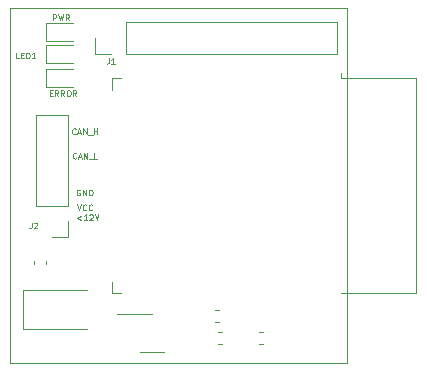
<source format=gbr>
%TF.GenerationSoftware,KiCad,Pcbnew,(5.1.6)-1*%
%TF.CreationDate,2021-09-30T15:23:08+02:00*%
%TF.ProjectId,Board,426f6172-642e-46b6-9963-61645f706362,rev?*%
%TF.SameCoordinates,PX367e320PY64168f0*%
%TF.FileFunction,Legend,Top*%
%TF.FilePolarity,Positive*%
%FSLAX46Y46*%
G04 Gerber Fmt 4.6, Leading zero omitted, Abs format (unit mm)*
G04 Created by KiCad (PCBNEW (5.1.6)-1) date 2021-09-30 15:23:08*
%MOMM*%
%LPD*%
G01*
G04 APERTURE LIST*
%ADD10C,0.100000*%
%TA.AperFunction,Profile*%
%ADD11C,0.050000*%
%TD*%
%ADD12C,0.120000*%
G04 APERTURE END LIST*
D10*
X5642857Y13408810D02*
X5809523Y12908810D01*
X5976190Y13408810D01*
X6428571Y12956429D02*
X6404761Y12932620D01*
X6333333Y12908810D01*
X6285714Y12908810D01*
X6214285Y12932620D01*
X6166666Y12980239D01*
X6142857Y13027858D01*
X6119047Y13123096D01*
X6119047Y13194524D01*
X6142857Y13289762D01*
X6166666Y13337381D01*
X6214285Y13385000D01*
X6285714Y13408810D01*
X6333333Y13408810D01*
X6404761Y13385000D01*
X6428571Y13361191D01*
X6928571Y12956429D02*
X6904761Y12932620D01*
X6833333Y12908810D01*
X6785714Y12908810D01*
X6714285Y12932620D01*
X6666666Y12980239D01*
X6642857Y13027858D01*
X6619047Y13123096D01*
X6619047Y13194524D01*
X6642857Y13289762D01*
X6666666Y13337381D01*
X6714285Y13385000D01*
X6785714Y13408810D01*
X6833333Y13408810D01*
X6904761Y13385000D01*
X6928571Y13361191D01*
X6000000Y12392143D02*
X5619047Y12249286D01*
X6000000Y12106429D01*
X6500000Y12058810D02*
X6214285Y12058810D01*
X6357142Y12058810D02*
X6357142Y12558810D01*
X6309523Y12487381D01*
X6261904Y12439762D01*
X6214285Y12415953D01*
X6690476Y12511191D02*
X6714285Y12535000D01*
X6761904Y12558810D01*
X6880952Y12558810D01*
X6928571Y12535000D01*
X6952380Y12511191D01*
X6976190Y12463572D01*
X6976190Y12415953D01*
X6952380Y12344524D01*
X6666666Y12058810D01*
X6976190Y12058810D01*
X7119047Y12558810D02*
X7285714Y12058810D01*
X7452380Y12558810D01*
X5899047Y14650000D02*
X5851428Y14673810D01*
X5780000Y14673810D01*
X5708571Y14650000D01*
X5660952Y14602381D01*
X5637142Y14554762D01*
X5613333Y14459524D01*
X5613333Y14388096D01*
X5637142Y14292858D01*
X5660952Y14245239D01*
X5708571Y14197620D01*
X5780000Y14173810D01*
X5827619Y14173810D01*
X5899047Y14197620D01*
X5922857Y14221429D01*
X5922857Y14388096D01*
X5827619Y14388096D01*
X6137142Y14173810D02*
X6137142Y14673810D01*
X6422857Y14173810D01*
X6422857Y14673810D01*
X6660952Y14173810D02*
X6660952Y14673810D01*
X6780000Y14673810D01*
X6851428Y14650000D01*
X6899047Y14602381D01*
X6922857Y14554762D01*
X6946666Y14459524D01*
X6946666Y14388096D01*
X6922857Y14292858D01*
X6899047Y14245239D01*
X6851428Y14197620D01*
X6780000Y14173810D01*
X6660952Y14173810D01*
X5565714Y17331429D02*
X5541904Y17307620D01*
X5470476Y17283810D01*
X5422857Y17283810D01*
X5351428Y17307620D01*
X5303809Y17355239D01*
X5280000Y17402858D01*
X5256190Y17498096D01*
X5256190Y17569524D01*
X5280000Y17664762D01*
X5303809Y17712381D01*
X5351428Y17760000D01*
X5422857Y17783810D01*
X5470476Y17783810D01*
X5541904Y17760000D01*
X5565714Y17736191D01*
X5756190Y17426667D02*
X5994285Y17426667D01*
X5708571Y17283810D02*
X5875238Y17783810D01*
X6041904Y17283810D01*
X6208571Y17283810D02*
X6208571Y17783810D01*
X6494285Y17283810D01*
X6494285Y17783810D01*
X6613333Y17236191D02*
X6994285Y17236191D01*
X7351428Y17283810D02*
X7113333Y17283810D01*
X7113333Y17783810D01*
X5526190Y19391429D02*
X5502380Y19367620D01*
X5430952Y19343810D01*
X5383333Y19343810D01*
X5311904Y19367620D01*
X5264285Y19415239D01*
X5240476Y19462858D01*
X5216666Y19558096D01*
X5216666Y19629524D01*
X5240476Y19724762D01*
X5264285Y19772381D01*
X5311904Y19820000D01*
X5383333Y19843810D01*
X5430952Y19843810D01*
X5502380Y19820000D01*
X5526190Y19796191D01*
X5716666Y19486667D02*
X5954761Y19486667D01*
X5669047Y19343810D02*
X5835714Y19843810D01*
X6002380Y19343810D01*
X6169047Y19343810D02*
X6169047Y19843810D01*
X6454761Y19343810D01*
X6454761Y19843810D01*
X6573809Y19296191D02*
X6954761Y19296191D01*
X7073809Y19343810D02*
X7073809Y19843810D01*
X7073809Y19605715D02*
X7359523Y19605715D01*
X7359523Y19343810D02*
X7359523Y19843810D01*
X720476Y25773810D02*
X482380Y25773810D01*
X482380Y26273810D01*
X887142Y26035715D02*
X1053809Y26035715D01*
X1125238Y25773810D02*
X887142Y25773810D01*
X887142Y26273810D01*
X1125238Y26273810D01*
X1339523Y25773810D02*
X1339523Y26273810D01*
X1458571Y26273810D01*
X1530000Y26250000D01*
X1577619Y26202381D01*
X1601428Y26154762D01*
X1625238Y26059524D01*
X1625238Y25988096D01*
X1601428Y25892858D01*
X1577619Y25845239D01*
X1530000Y25797620D01*
X1458571Y25773810D01*
X1339523Y25773810D01*
X2101428Y25773810D02*
X1815714Y25773810D01*
X1958571Y25773810D02*
X1958571Y26273810D01*
X1910952Y26202381D01*
X1863333Y26154762D01*
X1815714Y26130953D01*
X3320952Y22835715D02*
X3487619Y22835715D01*
X3559047Y22573810D02*
X3320952Y22573810D01*
X3320952Y23073810D01*
X3559047Y23073810D01*
X4059047Y22573810D02*
X3892380Y22811905D01*
X3773333Y22573810D02*
X3773333Y23073810D01*
X3963809Y23073810D01*
X4011428Y23050000D01*
X4035238Y23026191D01*
X4059047Y22978572D01*
X4059047Y22907143D01*
X4035238Y22859524D01*
X4011428Y22835715D01*
X3963809Y22811905D01*
X3773333Y22811905D01*
X4559047Y22573810D02*
X4392380Y22811905D01*
X4273333Y22573810D02*
X4273333Y23073810D01*
X4463809Y23073810D01*
X4511428Y23050000D01*
X4535238Y23026191D01*
X4559047Y22978572D01*
X4559047Y22907143D01*
X4535238Y22859524D01*
X4511428Y22835715D01*
X4463809Y22811905D01*
X4273333Y22811905D01*
X4868571Y23073810D02*
X4963809Y23073810D01*
X5011428Y23050000D01*
X5059047Y23002381D01*
X5082857Y22907143D01*
X5082857Y22740477D01*
X5059047Y22645239D01*
X5011428Y22597620D01*
X4963809Y22573810D01*
X4868571Y22573810D01*
X4820952Y22597620D01*
X4773333Y22645239D01*
X4749523Y22740477D01*
X4749523Y22907143D01*
X4773333Y23002381D01*
X4820952Y23050000D01*
X4868571Y23073810D01*
X5582857Y22573810D02*
X5416190Y22811905D01*
X5297142Y22573810D02*
X5297142Y23073810D01*
X5487619Y23073810D01*
X5535238Y23050000D01*
X5559047Y23026191D01*
X5582857Y22978572D01*
X5582857Y22907143D01*
X5559047Y22859524D01*
X5535238Y22835715D01*
X5487619Y22811905D01*
X5297142Y22811905D01*
X3593333Y28993810D02*
X3593333Y29493810D01*
X3783809Y29493810D01*
X3831428Y29470000D01*
X3855238Y29446191D01*
X3879047Y29398572D01*
X3879047Y29327143D01*
X3855238Y29279524D01*
X3831428Y29255715D01*
X3783809Y29231905D01*
X3593333Y29231905D01*
X4045714Y29493810D02*
X4164761Y28993810D01*
X4260000Y29350953D01*
X4355238Y28993810D01*
X4474285Y29493810D01*
X4950476Y28993810D02*
X4783809Y29231905D01*
X4664761Y28993810D02*
X4664761Y29493810D01*
X4855238Y29493810D01*
X4902857Y29470000D01*
X4926666Y29446191D01*
X4950476Y29398572D01*
X4950476Y29327143D01*
X4926666Y29279524D01*
X4902857Y29255715D01*
X4855238Y29231905D01*
X4664761Y29231905D01*
D11*
X28500000Y0D02*
X0Y0D01*
X28500000Y30000000D02*
X28500000Y0D01*
X0Y30000000D02*
X28500000Y30000000D01*
X0Y0D02*
X0Y30000000D01*
D12*
X13000000Y880000D02*
X11000000Y880000D01*
X12000000Y4120000D02*
X9000000Y4120000D01*
X1100000Y6150000D02*
X1100000Y2850000D01*
X1100000Y2850000D02*
X6500000Y2850000D01*
X1100000Y6150000D02*
X6500000Y6150000D01*
X5300000Y24855000D02*
X3015000Y24855000D01*
X3015000Y24855000D02*
X3015000Y23385000D01*
X3015000Y23385000D02*
X5300000Y23385000D01*
X3015000Y25415000D02*
X5300000Y25415000D01*
X3015000Y26885000D02*
X3015000Y25415000D01*
X5300000Y26885000D02*
X3015000Y26885000D01*
X3015000Y27265000D02*
X5300000Y27265000D01*
X3015000Y28735000D02*
X3015000Y27265000D01*
X5300000Y28735000D02*
X3015000Y28735000D01*
X3010000Y8337221D02*
X3010000Y8662779D01*
X1990000Y8337221D02*
X1990000Y8662779D01*
X27945000Y24120000D02*
X27945000Y24500000D01*
X34365000Y24120000D02*
X27945000Y24120000D01*
X34365000Y5880000D02*
X27945000Y5880000D01*
X34365000Y24120000D02*
X34365000Y5880000D01*
X8620000Y5880000D02*
X8620000Y6880000D01*
X9400000Y5880000D02*
X8620000Y5880000D01*
X8620000Y24120000D02*
X8620000Y23120000D01*
X9400000Y24120000D02*
X8620000Y24120000D01*
X17671267Y4510000D02*
X17328733Y4510000D01*
X17671267Y3490000D02*
X17328733Y3490000D01*
X17568733Y1599000D02*
X17911267Y1599000D01*
X17568733Y2619000D02*
X17911267Y2619000D01*
X21068733Y1599000D02*
X21411267Y1599000D01*
X21068733Y2619000D02*
X21411267Y2619000D01*
X7170000Y26170000D02*
X7170000Y27500000D01*
X8500000Y26170000D02*
X7170000Y26170000D01*
X9770000Y26170000D02*
X9770000Y28830000D01*
X9770000Y28830000D02*
X27610000Y28830000D01*
X9770000Y26170000D02*
X27610000Y26170000D01*
X27610000Y26170000D02*
X27610000Y28830000D01*
X4830000Y10670000D02*
X3500000Y10670000D01*
X4830000Y12000000D02*
X4830000Y10670000D01*
X4830000Y13270000D02*
X2170000Y13270000D01*
X2170000Y13270000D02*
X2170000Y20950000D01*
X4830000Y13270000D02*
X4830000Y20950000D01*
X4830000Y20950000D02*
X2170000Y20950000D01*
D10*
X8333333Y25823810D02*
X8333333Y25466667D01*
X8309523Y25395239D01*
X8261904Y25347620D01*
X8190476Y25323810D01*
X8142857Y25323810D01*
X8833333Y25323810D02*
X8547619Y25323810D01*
X8690476Y25323810D02*
X8690476Y25823810D01*
X8642857Y25752381D01*
X8595238Y25704762D01*
X8547619Y25680953D01*
X1783333Y11873810D02*
X1783333Y11516667D01*
X1759523Y11445239D01*
X1711904Y11397620D01*
X1640476Y11373810D01*
X1592857Y11373810D01*
X1997619Y11826191D02*
X2021428Y11850000D01*
X2069047Y11873810D01*
X2188095Y11873810D01*
X2235714Y11850000D01*
X2259523Y11826191D01*
X2283333Y11778572D01*
X2283333Y11730953D01*
X2259523Y11659524D01*
X1973809Y11373810D01*
X2283333Y11373810D01*
M02*

</source>
